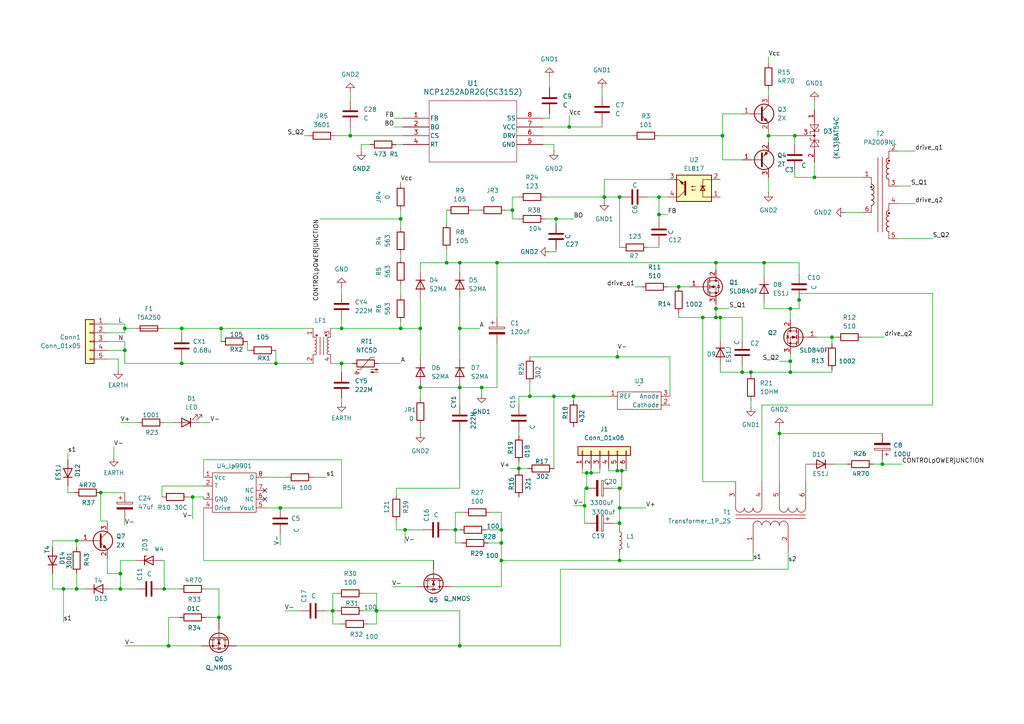
<source format=kicad_sch>
(kicad_sch (version 20250114) (generator "eeschema") (generator_version "9.0")
  (paper "A4")
  (junction (at 145.415 153.67))
  (junction (at 241.3 97.79))
  (junction (at 160.655 114.935))
  (junction (at 179.705 151.765))
  (junction (at 36.195 95.25))
  (junction (at 145.415 157.48))
  (junction (at 231.775 86.995))
  (junction (at 133.35 187.325))
  (junction (at 170.18 137.16))
  (junction (at 196.85 83.185))
  (junction (at 175.26 57.15))
  (junction (at 229.235 107.95))
  (junction (at 166.37 114.935))
  (junction (at 215.265 107.95))
  (junction (at 229.235 89.535))
  (junction (at 179.705 162.56))
  (junction (at 121.92 95.25))
  (junction (at 52.705 95.25))
  (junction (at 64.135 95.25))
  (junction (at 236.22 51.435))
  (junction (at 34.925 166.37))
  (junction (at 63.5 179.07))
  (junction (at 22.225 156.845))
  (junction (at 203.835 92.075))
  (junction (at 229.235 104.775))
  (junction (at 207.645 92.075))
  (junction (at 179.705 57.15))
  (junction (at 101.6 39.37))
  (junction (at 145.415 162.56))
  (junction (at 170.18 141.605))
  (junction (at 116.205 95.25))
  (junction (at 179.705 147.32))
  (junction (at 179.705 141.605))
  (junction (at 99.06 105.41))
  (junction (at 191.135 57.15))
  (junction (at 121.92 112.395))
  (junction (at 207.645 76.2))
  (junction (at 207.645 89.535))
  (junction (at 133.35 76.2))
  (junction (at 222.885 39.37))
  (junction (at 48.895 187.325))
  (junction (at 29.21 142.875))
  (junction (at 52.705 105.41))
  (junction (at 117.475 153.67))
  (junction (at 36.195 101.6))
  (junction (at 179.07 136.525))
  (junction (at 109.22 177.165))
  (junction (at 221.615 76.2))
  (junction (at 18.415 170.815))
  (junction (at 80.01 105.41))
  (junction (at 255.905 134.62))
  (junction (at 217.805 107.95))
  (junction (at 226.06 125.73))
  (junction (at 99.06 95.25))
  (junction (at 22.225 170.815))
  (junction (at 47.625 170.815))
  (junction (at 34.925 170.815))
  (junction (at 169.545 146.685))
  (junction (at 81.28 147.32))
  (junction (at 230.505 39.37))
  (junction (at 55.88 144.145))
  (junction (at 133.35 95.25))
  (junction (at 208.915 92.075))
  (junction (at 133.35 112.395))
  (junction (at 139.7 112.395))
  (junction (at 116.205 63.5))
  (junction (at 180.34 136.525))
  (junction (at 161.29 63.5))
  (junction (at 132.08 153.67))
  (junction (at 148.59 60.96))
  (junction (at 191.135 62.23))
  (junction (at 171.45 137.16))
  (junction (at 179.07 103.505))
  (junction (at 153.67 114.935))
  (junction (at 209.55 39.37))
  (junction (at 96.52 177.165))
  (junction (at 144.145 76.2))
  (junction (at 165.1 36.83))
  (junction (at 150.495 135.89))
  (junction (at 129.54 76.2))
  (no_connect (at 76.835 144.78))
  (no_connect (at 76.835 142.24))
  (wire (pts (xy 31.115 166.37) (xy 34.925 166.37)))
  (wire (pts (xy 191.135 57.15) (xy 193.675 57.15)))
  (wire (pts (xy 165.1 36.83) (xy 174.625 36.83)))
  (wire (pts (xy 179.07 103.505) (xy 153.67 103.505)))
  (wire (pts (xy 109.855 177.165) (xy 133.35 177.165)))
  (wire (pts (xy 221.615 89.535) (xy 221.615 87.63)))
  (wire (pts (xy 132.08 148.59) (xy 132.08 153.67)))
  (wire (pts (xy 36.195 95.25) (xy 36.195 96.52)))
  (wire (pts (xy 116.205 95.25) (xy 121.92 95.25)))
  (wire (pts (xy 196.85 90.805) (xy 196.85 92.075)))
  (wire (pts (xy 209.55 39.37) (xy 209.55 46.355)))
  (wire (pts (xy 81.28 147.32) (xy 76.835 147.32)))
  (wire (pts (xy 187.96 71.755) (xy 191.135 71.755)))
  (wire (pts (xy 208.915 98.425) (xy 208.915 92.075)))
  (wire (pts (xy 162.56 165.1) (xy 162.56 187.325)))
  (wire (pts (xy 260.35 59.055) (xy 265.43 59.055)))
  (wire (pts (xy 59.055 133.35) (xy 99.06 133.35)))
  (wire (pts (xy 145.415 162.56) (xy 145.415 170.18)))
  (wire (pts (xy 175.26 57.15) (xy 175.26 58.42)))
  (wire (pts (xy 31.115 151.13) (xy 29.21 151.13)))
  (wire (pts (xy 148.59 57.15) (xy 148.59 60.96)))
  (wire (pts (xy 104.775 41.91) (xy 104.775 43.815)))
  (wire (pts (xy 230.505 51.435) (xy 236.22 51.435)))
  (wire (pts (xy 24.765 170.815) (xy 22.225 170.815)))
  (wire (pts (xy 36.195 105.41) (xy 36.195 101.6)))
  (wire (pts (xy 15.24 170.815) (xy 18.415 170.815)))
  (wire (pts (xy 179.705 71.755) (xy 180.34 71.755)))
  (wire (pts (xy 121.92 86.36) (xy 121.92 95.25)))
  (wire (pts (xy 160.655 114.935) (xy 160.655 135.89)))
  (wire (pts (xy 101.6 36.83) (xy 101.6 39.37)))
  (wire (pts (xy 139.065 95.25) (xy 133.35 95.25)))
  (wire (pts (xy 116.205 52.705) (xy 116.205 53.34)))
  (wire (pts (xy 129.54 72.39) (xy 129.54 76.2)))
  (wire (pts (xy 96.52 177.165) (xy 96.52 180.975)))
  (wire (pts (xy 114.935 141.605) (xy 133.35 141.605)))
  (wire (pts (xy 217.805 116.205) (xy 217.805 118.11)))
  (wire (pts (xy 215.265 107.95) (xy 215.265 106.045)))
  (wire (pts (xy 220.98 117.475) (xy 220.98 139.7)))
  (wire (pts (xy 71.755 101.6) (xy 72.39 101.6)))
  (wire (pts (xy 59.69 170.815) (xy 63.5 170.815)))
  (wire (pts (xy 150.495 63.5) (xy 148.59 63.5)))
  (wire (pts (xy 179.705 57.15) (xy 180.34 57.15)))
  (wire (pts (xy 241.3 107.95) (xy 241.3 107.315)))
  (wire (pts (xy 94.615 138.43) (xy 90.805 138.43)))
  (wire (pts (xy 133.35 112.395) (xy 139.7 112.395)))
  (wire (pts (xy 215.265 98.425) (xy 215.265 92.075)))
  (wire (pts (xy 99.06 115.57) (xy 99.06 116.84)))
  (wire (pts (xy 71.755 99.06) (xy 71.755 101.6)))
  (wire (pts (xy 170.18 141.605) (xy 169.545 141.605)))
  (wire (pts (xy 228.6 165.1) (xy 162.56 165.1)))
  (wire (pts (xy 150.495 135.89) (xy 150.495 133.985)))
  (wire (pts (xy 148.59 63.5) (xy 148.59 60.96)))
  (wire (pts (xy 114.3 34.29) (xy 116.84 34.29)))
  (wire (pts (xy 144.145 76.2) (xy 133.35 76.2)))
  (wire (pts (xy 147.955 135.89) (xy 150.495 135.89)))
  (wire (pts (xy 245.11 61.595) (xy 250.19 61.595)))
  (wire (pts (xy 196.85 83.185) (xy 200.025 83.185)))
  (wire (pts (xy 159.385 34.29) (xy 157.48 34.29)))
  (wire (pts (xy 221.615 76.2) (xy 221.615 80.01)))
  (wire (pts (xy 150.495 125.095) (xy 150.495 126.365)))
  (wire (pts (xy 175.26 52.07) (xy 175.26 57.15)))
  (wire (pts (xy 207.645 88.265) (xy 207.645 89.535)))
  (wire (pts (xy 121.92 95.25) (xy 121.92 104.14)))
  (wire (pts (xy 230.505 49.53) (xy 230.505 51.435)))
  (wire (pts (xy 159.385 22.225) (xy 159.385 25.4)))
  (wire (pts (xy 130.175 153.67) (xy 132.08 153.67)))
  (wire (pts (xy 150.495 114.935) (xy 150.495 117.475)))
  (wire (pts (xy 39.37 162.56) (xy 34.925 162.56)))
  (wire (pts (xy 99.06 105.41) (xy 102.235 105.41)))
  (wire (pts (xy 31.115 161.925) (xy 31.115 166.37)))
  (wire (pts (xy 82.55 177.165) (xy 86.995 177.165)))
  (wire (pts (xy 55.88 144.145) (xy 59.055 144.145)))
  (wire (pts (xy 34.925 166.37) (xy 34.925 170.815)))
  (wire (pts (xy 96.52 180.975) (xy 99.06 180.975)))
  (wire (pts (xy 179.705 160.655) (xy 179.705 162.56)))
  (wire (pts (xy 114.935 141.605) (xy 114.935 143.51)))
  (wire (pts (xy 22.225 156.845) (xy 22.225 158.75)))
  (wire (pts (xy 153.67 114.935) (xy 160.655 114.935)))
  (wire (pts (xy 19.685 142.875) (xy 21.59 142.875)))
  (wire (pts (xy 18.415 170.815) (xy 22.225 170.815)))
  (wire (pts (xy 63.5 179.07) (xy 63.5 179.705)))
  (wire (pts (xy 150.495 135.89) (xy 153.035 135.89)))
  (wire (pts (xy 180.34 136.525) (xy 180.34 141.605)))
  (wire (pts (xy 117.475 153.67) (xy 122.555 153.67)))
  (wire (pts (xy 180.34 141.605) (xy 179.705 141.605)))
  (wire (pts (xy 211.455 89.535) (xy 207.645 89.535)))
  (wire (pts (xy 101.6 39.37) (xy 116.84 39.37)))
  (wire (pts (xy 150.495 135.89) (xy 150.495 136.525)))
  (wire (pts (xy 57.785 122.555) (xy 60.96 122.555)))
  (wire (pts (xy 36.195 93.98) (xy 36.195 95.25)))
  (wire (pts (xy 250.19 97.79) (xy 256.54 97.79)))
  (wire (pts (xy 208.915 107.95) (xy 215.265 107.95)))
  (wire (pts (xy 99.06 83.185) (xy 99.06 85.09)))
  (wire (pts (xy 191.135 39.37) (xy 209.55 39.37)))
  (wire (pts (xy 236.855 97.79) (xy 241.3 97.79)))
  (wire (pts (xy 179.705 151.765) (xy 179.705 153.035)))
  (wire (pts (xy 59.055 162.56) (xy 125.73 162.56)))
  (wire (pts (xy 169.545 141.605) (xy 169.545 146.685)))
  (wire (pts (xy 161.29 73.025) (xy 161.29 72.39)))
  (wire (pts (xy 222.885 38.1) (xy 222.885 39.37)))
  (wire (pts (xy 191.135 71.12) (xy 191.135 71.755)))
  (wire (pts (xy 55.88 150.495) (xy 55.88 144.145)))
  (wire (pts (xy 175.26 57.15) (xy 179.705 57.15)))
  (wire (pts (xy 95.885 105.41) (xy 99.06 105.41)))
  (wire (pts (xy 47.625 162.56) (xy 47.625 170.815)))
  (wire (pts (xy 52.705 95.25) (xy 52.705 96.52)))
  (wire (pts (xy 99.06 147.32) (xy 81.28 147.32)))
  (wire (pts (xy 34.29 104.14) (xy 31.115 104.14)))
  (wire (pts (xy 174.625 25.4) (xy 174.625 27.94)))
  (wire (pts (xy 193.675 52.07) (xy 175.26 52.07)))
  (wire (pts (xy 218.44 160.02) (xy 218.44 162.56)))
  (wire (pts (xy 48.895 179.07) (xy 52.07 179.07)))
  (wire (pts (xy 59.055 140.97) (xy 46.99 140.97)))
  (wire (pts (xy 157.48 36.83) (xy 165.1 36.83)))
  (wire (pts (xy 191.135 57.15) (xy 191.135 62.23)))
  (wire (pts (xy 222.885 39.37) (xy 230.505 39.37)))
  (wire (pts (xy 116.205 93.345) (xy 116.205 95.25)))
  (wire (pts (xy 176.53 136.525) (xy 179.07 136.525)))
  (wire (pts (xy 59.055 144.145) (xy 59.055 144.78)))
  (wire (pts (xy 173.99 135.89) (xy 173.99 137.16)))
  (wire (pts (xy 229.235 89.535) (xy 229.235 92.71)))
  (wire (pts (xy 99.06 105.41) (xy 99.06 107.95)))
  (wire (pts (xy 132.08 148.59) (xy 134.62 148.59)))
  (wire (pts (xy 109.22 172.085) (xy 109.22 177.165)))
  (wire (pts (xy 106.68 180.975) (xy 109.22 180.975)))
  (wire (pts (xy 80.01 101.6) (xy 80.01 105.41)))
  (wire (pts (xy 19.685 140.97) (xy 19.685 142.875)))
  (wire (pts (xy 166.37 146.685) (xy 169.545 146.685)))
  (wire (pts (xy 207.645 78.105) (xy 207.645 76.2)))
  (wire (pts (xy 207.645 76.2) (xy 221.615 76.2)))
  (wire (pts (xy 236.22 29.21) (xy 236.22 31.75)))
  (wire (pts (xy 217.805 107.95) (xy 229.235 107.95)))
  (wire (pts (xy 129.54 76.2) (xy 133.35 76.2)))
  (wire (pts (xy 33.02 129.54) (xy 33.02 132.715)))
  (wire (pts (xy 179.07 136.525) (xy 180.34 136.525)))
  (wire (pts (xy 168.91 135.89) (xy 168.91 137.16)))
  (wire (pts (xy 241.935 134.62) (xy 245.745 134.62)))
  (wire (pts (xy 231.775 86.995) (xy 231.775 89.535)))
  (wire (pts (xy 270.51 85.09) (xy 231.775 85.09)))
  (wire (pts (xy 59.055 138.43) (xy 59.055 133.35)))
  (wire (pts (xy 173.99 137.16) (xy 171.45 137.16)))
  (wire (pts (xy 133.35 187.325) (xy 162.56 187.325)))
  (wire (pts (xy 139.7 112.395) (xy 139.7 114.3)))
  (wire (pts (xy 171.45 135.89) (xy 171.45 137.16)))
  (wire (pts (xy 113.665 170.18) (xy 120.65 170.18)))
  (wire (pts (xy 226.06 104.775) (xy 229.235 104.775)))
  (wire (pts (xy 36.195 99.06) (xy 36.195 101.6)))
  (wire (pts (xy 19.685 131.445) (xy 19.685 133.35)))
  (wire (pts (xy 144.145 92.075) (xy 144.145 76.2)))
  (wire (pts (xy 36.195 142.875) (xy 29.21 142.875)))
  (wire (pts (xy 64.135 99.06) (xy 64.135 95.25)))
  (wire (pts (xy 169.545 151.765) (xy 170.18 151.765)))
  (wire (pts (xy 64.135 95.25) (xy 90.805 95.25)))
  (wire (pts (xy 145.415 157.48) (xy 145.415 162.56)))
  (wire (pts (xy 133.35 177.165) (xy 133.35 187.325)))
  (wire (pts (xy 207.645 92.075) (xy 208.915 92.075)))
  (wire (pts (xy 217.805 107.95) (xy 217.805 108.585)))
  (wire (pts (xy 81.28 154.94) (xy 81.28 158.115)))
  (wire (pts (xy 117.475 157.48) (xy 117.475 153.67)))
  (wire (pts (xy 196.85 92.075) (xy 203.835 92.075)))
  (wire (pts (xy 48.895 179.07) (xy 48.895 187.325)))
  (wire (pts (xy 215.265 107.95) (xy 217.805 107.95)))
  (wire (pts (xy 121.92 76.2) (xy 129.54 76.2)))
  (wire (pts (xy 161.29 63.5) (xy 166.37 63.5)))
  (wire (pts (xy 116.205 60.96) (xy 116.205 63.5)))
  (wire (pts (xy 222.885 26.035) (xy 222.885 27.94)))
  (wire (pts (xy 194.31 114.935) (xy 194.31 103.505)))
  (wire (pts (xy 236.22 51.435) (xy 250.19 51.435)))
  (wire (pts (xy 179.07 101.6) (xy 179.07 103.505)))
  (wire (pts (xy 222.885 51.435) (xy 222.885 55.88)))
  (wire (pts (xy 158.115 57.15) (xy 175.26 57.15)))
  (wire (pts (xy 34.29 107.315) (xy 34.29 104.14)))
  (wire (pts (xy 109.22 177.165) (xy 105.41 177.165)))
  (wire (pts (xy 36.195 96.52) (xy 31.115 96.52)))
  (wire (pts (xy 148.59 57.15) (xy 150.495 57.15)))
  (wire (pts (xy 132.08 153.67) (xy 133.35 153.67)))
  (wire (pts (xy 95.885 95.25) (xy 99.06 95.25)))
  (wire (pts (xy 133.35 95.25) (xy 133.35 104.14)))
  (wire (pts (xy 166.37 114.935) (xy 166.37 116.205)))
  (wire (pts (xy 203.835 139.7) (xy 213.36 139.7)))
  (wire (pts (xy 32.385 170.815) (xy 34.925 170.815)))
  (wire (pts (xy 101.6 26.67) (xy 101.6 29.21)))
  (wire (pts (xy 165.1 33.655) (xy 165.1 36.83)))
  (wire (pts (xy 15.24 166.37) (xy 15.24 170.815)))
  (wire (pts (xy 52.705 95.25) (xy 64.135 95.25)))
  (wire (pts (xy 99.06 133.35) (xy 99.06 147.32)))
  (wire (pts (xy 177.8 141.605) (xy 179.705 141.605)))
  (wire (pts (xy 174.625 35.56) (xy 174.625 36.83)))
  (wire (pts (xy 208.915 107.95) (xy 208.915 106.045)))
  (wire (pts (xy 241.3 97.79) (xy 241.3 99.695)))
  (wire (pts (xy 94.615 177.165) (xy 96.52 177.165)))
  (wire (pts (xy 68.58 187.325) (xy 133.35 187.325)))
  (wire (pts (xy 221.615 76.2) (xy 231.775 76.2)))
  (wire (pts (xy 221.615 89.535) (xy 229.235 89.535)))
  (wire (pts (xy 209.55 46.355) (xy 215.265 46.355)))
  (wire (pts (xy 166.37 114.935) (xy 176.53 114.935)))
  (wire (pts (xy 47.625 122.555) (xy 50.165 122.555)))
  (wire (pts (xy 231.775 85.09) (xy 231.775 86.995)))
  (wire (pts (xy 241.3 107.95) (xy 229.235 107.95)))
  (wire (pts (xy 132.08 157.48) (xy 133.985 157.48)))
  (wire (pts (xy 153.67 114.935) (xy 150.495 114.935)))
  (wire (pts (xy 230.505 39.37) (xy 231.14 39.37)))
  (wire (pts (xy 191.135 62.23) (xy 191.135 63.5)))
  (wire (pts (xy 159.385 33.02) (xy 159.385 34.29)))
  (wire (pts (xy 226.06 125.73) (xy 255.905 125.73)))
  (wire (pts (xy 46.99 140.97) (xy 46.99 144.145)))
  (wire (pts (xy 133.35 112.395) (xy 133.35 111.76)))
  (wire (pts (xy 133.35 76.2) (xy 133.35 78.74)))
  (wire (pts (xy 121.92 112.395) (xy 121.92 111.76)))
  (wire (pts (xy 255.905 134.62) (xy 261.62 134.62)))
  (wire (pts (xy 18.415 170.815) (xy 18.415 180.34)))
  (wire (pts (xy 142.24 148.59) (xy 145.415 148.59)))
  (wire (pts (xy 47.625 170.815) (xy 52.07 170.815)))
  (wire (pts (xy 76.835 138.43) (xy 83.185 138.43)))
  (wire (pts (xy 36.195 150.495) (xy 36.195 152.4)))
  (wire (pts (xy 145.415 162.56) (xy 179.705 162.56)))
  (wire (pts (xy 228.6 160.02) (xy 228.6 165.1)))
  (wire (pts (xy 109.855 105.41) (xy 116.205 105.41)))
  (wire (pts (xy 229.235 104.775) (xy 229.235 107.95)))
  (wire (pts (xy 177.8 151.765) (xy 179.705 151.765)))
  (wire (pts (xy 22.225 170.815) (xy 22.225 166.37)))
  (wire (pts (xy 23.495 156.845) (xy 22.225 156.845)))
  (wire (pts (xy 270.51 117.475) (xy 270.51 85.09)))
  (wire (pts (xy 179.705 141.605) (xy 179.705 147.32)))
  (wire (pts (xy 63.5 170.815) (xy 63.5 179.07)))
  (wire (pts (xy 48.895 187.325) (xy 58.42 187.325)))
  (wire (pts (xy 116.205 74.93) (xy 116.205 73.66)))
  (wire (pts (xy 39.37 95.25) (xy 36.195 95.25)))
  (wire (pts (xy 96.52 172.085) (xy 97.79 172.085)))
  (wire (pts (xy 144.145 99.695) (xy 144.145 112.395)))
  (wire (pts (xy 179.705 162.56) (xy 218.44 162.56)))
  (wire (pts (xy 31.115 93.98) (xy 36.195 93.98)))
  (wire (pts (xy 46.99 170.815) (xy 47.625 170.815)))
  (wire (pts (xy 148.59 60.96) (xy 146.685 60.96)))
  (wire (pts (xy 29.21 151.13) (xy 29.21 142.875)))
  (wire (pts (xy 255.905 133.35) (xy 255.905 134.62)))
  (wire (pts (xy 15.24 156.845) (xy 22.225 156.845)))
  (wire (pts (xy 114.935 153.67) (xy 117.475 153.67)))
  (wire (pts (xy 130.81 170.18) (xy 145.415 170.18)))
  (wire (pts (xy 109.22 180.975) (xy 109.22 177.165)))
  (wire (pts (xy 207.645 89.535) (xy 207.645 92.075)))
  (wire (pts (xy 92.71 63.5) (xy 116.205 63.5)))
  (wire (pts (xy 158.115 63.5) (xy 161.29 63.5)))
  (wire (pts (xy 97.155 39.37) (xy 101.6 39.37)))
  (wire (pts (xy 187.96 57.15) (xy 191.135 57.15)))
  (wire (pts (xy 96.52 177.165) (xy 97.79 177.165)))
  (wire (pts (xy 145.415 148.59) (xy 145.415 153.67)))
  (wire (pts (xy 226.06 123.825) (xy 226.06 125.73)))
  (wire (pts (xy 34.925 170.815) (xy 39.37 170.815)))
  (wire (pts (xy 260.35 69.215) (xy 270.51 69.215)))
  (wire (pts (xy 222.885 39.37) (xy 222.885 41.275)))
  (wire (pts (xy 186.055 83.185) (xy 184.15 83.185)))
  (wire (pts (xy 121.92 78.74) (xy 121.92 76.2)))
  (wire (pts (xy 99.06 95.25) (xy 116.205 95.25)))
  (wire (pts (xy 144.145 76.2) (xy 207.645 76.2)))
  (wire (pts (xy 180.34 136.525) (xy 181.61 136.525)))
  (wire (pts (xy 160.655 41.91) (xy 160.655 43.815)))
  (wire (pts (xy 255.905 134.62) (xy 253.365 134.62)))
  (wire (pts (xy 121.92 112.395) (xy 121.92 115.57)))
  (wire (pts (xy 34.925 162.56) (xy 34.925 166.37)))
  (wire (pts (xy 121.92 112.395) (xy 133.35 112.395)))
  (wire (pts (xy 59.055 147.32) (xy 59.055 162.56)))
  (wire (pts (xy 179.705 147.32) (xy 179.705 151.765)))
  (wire (pts (xy 222.885 16.51) (xy 222.885 18.415)))
  (wire (pts (xy 59.69 179.07) (xy 63.5 179.07)))
  (wire (pts (xy 88.265 39.37) (xy 89.535 39.37)))
  (wire (pts (xy 153.67 111.125) (xy 153.67 114.935)))
  (wire (pts (xy 80.01 105.41) (xy 90.805 105.41)))
  (wire (pts (xy 99.06 92.71) (xy 99.06 95.25)))
  (wire (pts (xy 170.18 137.16) (xy 171.45 137.16)))
  (wire (pts (xy 233.68 134.62) (xy 233.68 139.7)))
  (wire (pts (xy 52.705 105.41) (xy 80.01 105.41)))
  (wire (pts (xy 31.115 151.13) (xy 31.115 151.765)))
  (wire (pts (xy 129.54 60.96) (xy 129.54 64.77)))
  (wire (pts (xy 236.22 46.99) (xy 236.22 51.435)))
  (wire (pts (xy 161.29 63.5) (xy 161.29 64.77)))
  (wire (pts (xy 140.97 153.67) (xy 145.415 153.67)))
  (wire (pts (xy 234.315 134.62) (xy 233.68 134.62)))
  (wire (pts (xy 114.3 36.83) (xy 116.84 36.83)))
  (wire (pts (xy 52.705 105.41) (xy 36.195 105.41)))
  (wire (pts (xy 141.605 157.48) (xy 145.415 157.48)))
  (wire (pts (xy 231.775 76.2) (xy 231.775 79.375)))
  (wire (pts (xy 168.91 137.16) (xy 170.18 137.16)))
  (wire (pts (xy 179.07 136.525) (xy 179.07 135.89)))
  (wire (pts (xy 170.18 137.16) (xy 170.18 141.605)))
  (wire (pts (xy 193.675 83.185) (xy 196.85 83.185)))
  (wire (pts (xy 34.925 122.555) (xy 40.005 122.555)))
  (wire (pts (xy 114.935 153.67) (xy 114.935 151.13)))
  (wire (pts (xy 116.205 85.725) (xy 116.205 82.55)))
  (wire (pts (xy 203.835 92.075) (xy 203.835 139.7)))
  (wire (pts (xy 179.705 57.15) (xy 179.705 71.755)))
  (wire (pts (xy 229.235 102.87) (xy 229.235 104.775)))
  (wire (pts (xy 209.55 33.02) (xy 209.55 39.37)))
  (wire (pts (xy 220.98 117.475) (xy 270.51 117.475)))
  (wire (pts (xy 133.35 125.095) (xy 133.35 141.605)))
  (wire (pts (xy 46.99 162.56) (xy 47.625 162.56)))
  (wire (pts (xy 264.16 53.975) (xy 260.35 53.975)))
  (wire (pts (xy 133.35 86.36) (xy 133.35 95.25)))
  (wire (pts (xy 116.205 63.5) (xy 116.205 66.04)))
  (wire (pts (xy 36.195 187.325) (xy 48.895 187.325)))
  (wire (pts (xy 181.61 135.89) (xy 181.61 136.525)))
  (wire (pts (xy 114.935 41.91) (xy 116.84 41.91)))
  (wire (pts (xy 230.505 39.37) (xy 230.505 41.91)))
  (wire (pts (xy 176.53 135.89) (xy 176.53 136.525)))
  (wire (pts (xy 31.115 99.06) (xy 36.195 99.06)))
  (wire (pts (xy 36.195 101.6) (xy 31.115 101.6)))
  (wire (pts (xy 208.915 92.075) (xy 215.265 92.075)))
  (wire (pts (xy 193.675 62.23) (xy 191.135 62.23)))
  (wire (pts (xy 121.92 123.19) (xy 121.92 125.73)))
  (wire (pts (xy 157.48 41.91) (xy 160.655 41.91)))
  (wire (pts (xy 215.265 33.02) (xy 209.55 33.02)))
  (wire (pts (xy 54.61 144.145) (xy 55.88 144.145)))
  (wire (pts (xy 169.545 146.685) (xy 169.545 151.765)))
  (wire (pts (xy 137.16 60.96) (xy 139.065 60.96)))
  (wire (pts (xy 52.705 105.41) (xy 52.705 104.14)))
  (wire (pts (xy 157.48 39.37) (xy 183.515 39.37)))
  (wire (pts (xy 226.06 125.73) (xy 226.06 139.7)))
  (wire (pts (xy 133.35 117.475) (xy 133.35 112.395)))
  (wire (pts (xy 145.415 153.67) (xy 145.415 157.48)))
  (wire (pts (xy 132.08 153.67) (xy 132.08 157.48)))
  (wire (pts (xy 107.315 41.91) (xy 104.775 41.91)))
  (wire (pts (xy 203.835 92.075) (xy 207.645 92.075)))
  (wire (pts (xy 241.3 97.79) (xy 242.57 97.79)))
  (wire (pts (xy 96.52 172.085) (xy 96.52 177.165)))
  (wire (pts (xy 160.655 114.935) (xy 166.37 114.935)))
  (wire (pts (xy 260.35 43.815) (xy 265.43 43.815)))
  (wire (pts (xy 15.24 158.75) (xy 15.24 156.845)))
  (wire (pts (xy 159.385 73.025) (xy 161.29 73.025)))
  (wire (pts (xy 105.41 172.085) (xy 109.22 172.085)))
  (wire (pts (xy 187.325 147.32) (xy 179.705 147.32)))
  (wire (pts (xy 229.235 89.535) (xy 231.775 89.535)))
  (wire (pts (xy 139.7 112.395) (xy 144.145 112.395)))
  (wire (pts (xy 194.31 103.505) (xy 179.07 103.505)))
  (wire (pts (xy 46.99 95.25) (xy 52.705 95.25)))
  (label "N" (at 34.29 99.06 0))
  (label "V+" (at 34.925 122.555 0))
  (label "V-" (at 36.195 187.325 0))
  (label "S_Q1" (at 264.16 53.975 0))
  (label "V-" (at 60.96 122.555 0))
  (label "S_Q2" (at 270.51 69.215 0))
  (label "s2" (at 228.6 163.195 0))
  (label "drive_q1" (at 184.15 83.185 180))
  (label "V-" (at 166.37 146.685 0))
  (label "L" (at 34.29 93.98 0))
  (label "V+" (at 187.325 147.32 0))
  (label "S_Q2" (at 88.265 39.37 180))
  (label "V-" (at 82.55 177.165 0))
  (label "s1" (at 18.415 180.34 0))
  (label "s1" (at 218.44 162.56 0))
  (label "BO" (at 166.37 63.5 0))
  (label "V-" (at 81.28 158.115 90))
  (label "V-" (at 179.07 101.6 0))
  (label "V-" (at 113.665 170.18 0))
  (label "CONTROLpOWERjUNCTION" (at 92.71 63.5 270))
  (label "drive_q2" (at 256.54 97.79 0))
  (label "Vcc" (at 165.1 33.655 0))
  (label "drive_q1" (at 265.43 43.815 0))
  (label "S_Q1" (at 211.455 89.535 0))
  (label "Vcc" (at 222.885 16.51 0))
  (label "S_Q2" (at 226.06 104.775 180))
  (label "V-" (at 117.475 157.48 0))
  (label "Vcc" (at 116.205 52.705 0))
  (label "V+" (at 147.955 135.89 180))
  (label "V-" (at 55.88 150.495 180))
  (label "CONTROLpOWERjUNCTION" (at 261.62 134.62 0))
  (label "V-" (at 33.02 129.54 0))
  (label "drive_q2" (at 265.43 59.055 0))
  (label "FB" (at 114.3 34.29 180))
  (label "A" (at 139.065 95.25 0))
  (label "s1" (at 19.685 131.445 0))
  (label "V-" (at 36.195 152.4 0))
  (label "FB" (at 193.675 62.23 0))
  (label "BO" (at 114.3 36.83 180))
  (label "s1" (at 94.615 138.43 0))
  (label "A" (at 116.205 105.41 0))
  (symbol (lib_id "Device:R") (at 86.995 138.43 90) (unit 1)
    (property "Reference" "R54" (at 83.82 141.478 90))
    (property "Value" "100" (at 88.646 141.478 90))
    (property "Description" "Resistor" (effects (hide yes)))
  )
  (symbol (lib_id "Device:C_Polarized") (at 36.195 146.685 0) (unit 1)
    (property "Reference" "C24" (at 40.005 144.5259 0) (effects (justify left)))
    (property "Value" "47uf" (at 40.005 147.0659 0) (effects (justify left)))
    (property "Description" "Polarized capacitor" (effects (hide yes)))
  )
  (symbol (lib_id "Device:R") (at 156.845 135.89 90) (unit 1)
    (property "Reference" "R17" (at 155.194 133.858 90) (effects (justify right)))
    (property "Value" "302" (at 155.448 138.176 90) (effects (justify right)))
    (property "Description" "Resistor" (effects (hide yes)))
  )
  (symbol (lib_id "Diode:US2MA") (at 15.24 162.56 90) (unit 1)
    (property "Reference" "D14" (at 18.034 163.83 0) (effects (justify left)))
    (property "Value" "T4" (at 13.716 160.528 0) (effects (justify left)))
    (property "Footprint" "Diode_SMD:D_SMA" (effects (hide yes)))
    (property "Datasheet" "https://www.alldatasheet.net/datasheet-pdf/view-marking/58920/DIODES/1N4148W.html" (effects (hide yes)))
    (property "Description" "1000V, 1.5A, General Purpose Rectifier Diode, SMA(DO-214AC)" (effects (hide yes)))
    (property "Sim.Device" "D" (effects (hide yes)))
    (property "Sim.Pins" "1=K 2=A" (effects (hide yes)))
  )
  (symbol (lib_id "Device:R") (at 114.935 147.32 0) (unit 1)
    (property "Reference" "R39" (at 117.729 147.066 90))
    (property "Value" "121" (at 112.141 147.066 90))
    (property "Description" "Resistor" (effects (hide yes)))
  )
  (symbol (lib_id "Device:R") (at 187.325 39.37 90) (unit 1)
    (property "Reference" "R3" (at 187.325 33.655 90))
    (property "Value" "101" (at 187.325 36.195 90))
    (property "Description" "Resistor" (effects (hide yes)))
  )
  (symbol (lib_id "Transistor_BJT:MMBT3904") (at 220.345 33.02 0) (unit 1)
    (property "Reference" "Q3" (at 225.425 31.7499 0) (effects (justify left)))
    (property "Value" "2X" (at 225.425 34.2899 0) (effects (justify left)))
    (property "Footprint" "Package_TO_SOT_SMD:SOT-23" (effects (hide yes)))
    (property "Datasheet" "https://www.onsemi.com/pdf/datasheet/pzt3904-d.pdf" (effects (hide yes)))
    (property "Description" "0.2A Ic, 40V Vce, Small Signal NPN Transistor, SOT-23" (effects (hide yes)))
  )
  (symbol (lib_id "power:GND") (at 33.02 132.715 0) (unit 1)
    (property "Reference" "#PWR08" (effects (hide yes)))
    (property "Value" "EARTH" (at 33.02 137.16 0))
    (property "Description" "Power symbol creates a global label with name \"GND\" , ground" (effects (hide yes)))
  )
  (symbol (lib_id "Device:R") (at 55.88 179.07 270) (unit 1)
    (property "Reference" "R34" (at 56.388 182.118 90))
    (property "Value" "01C" (at 56.134 176.53 90))
    (property "Description" "Resistor" (effects (hide yes)))
  )
  (symbol (lib_id "power:GND") (at 99.06 83.185 180) (unit 1)
    (property "Reference" "#PWR03" (effects (hide yes)))
    (property "Value" "GND" (at 99.06 78.105 0))
    (property "Description" "Power symbol creates a global label with name \"GND\" , ground" (effects (hide yes)))
  )
  (symbol (lib_id "Connector_Generic:Conn_01x06") (at 173.99 130.81 90) (unit 1)
    (property "Reference" "J1" (at 175.26 124.46 90))
    (property "Value" "Conn_01x06" (at 175.26 127 90))
    (property "Footprint" "TerminalBlock:TerminalBlock_MaiXu_MX126-5.0-06P_1x06_P5.00mm" (effects (hide yes)))
    (property "Description" "Generic connector, single row, 01x06, script generated (kicad-library-utils/schlib/autogen/connector/)" (effects (hide yes)))
  )
  (symbol (lib_id "Connector_Generic:Conn_01x05") (at 26.035 99.06 0) (mirror y) (unit 1)
    (property "Reference" "Conn1" (at 23.495 97.7899 0) (effects (justify left)))
    (property "Value" "Conn_01x05" (at 23.495 100.3299 0) (effects (justify left)))
    (property "Description" "Generic connector, single row, 01x05, script generated (kicad-library-utils/schlib/autogen/connector/)" (effects (hide yes)))
  )
  (symbol (lib_id "Device:C") (at 90.805 177.165 90) (unit 1)
    (property "Reference" "C17" (at 88.138 174.879 0) (effects (justify left)))
    (property "Value" "C" (at 91.694 172.847 90) (effects (justify left)))
    (property "Datasheet" "https://www.mouser.com/catalog/supplier/library/pdf/MurataHighVoltageCeramic.pdf" (effects (hide yes)))
    (property "Description" "Unpolarized capacitor" (effects (hide yes)))
  )
  (symbol (lib_id "Diode:US2MA") (at 19.685 137.16 90) (unit 1)
    (property "Reference" "D12" (at 22.479 138.43 0) (effects (justify left)))
    (property "Value" "ES1J" (at 16.891 139.446 0) (effects (justify left)))
    (property "Footprint" "Diode_SMD:D_SMA" (effects (hide yes)))
    (property "Datasheet" "https://www.digchip.com/datasheets/parts/datasheet/161/ES1J-pdf.php" (effects (hide yes)))
    (property "Description" "1000V, 1.5A, General Purpose Rectifier Diode, SMA(DO-214AC)" (effects (hide yes)))
    (property "Sim.Device" "D" (effects (hide yes)))
    (property "Sim.Pins" "1=K 2=A" (effects (hide yes)))
  )
  (symbol (lib_id "Transformer:PA2009NL") (at 255.27 56.515 0) (unit 1)
    (property "Reference" "T2" (at 255.27 38.735 0))
    (property "Value" "PA2009NL" (at 255.27 41.275 0))
    (property "Footprint" "Transformer_SMD:Pulse_PA2004NL" (effects (hide yes)))
    (property "Datasheet" "https://productfinder.pulseeng.com/products/datasheets/P663.pdf" (effects (hide yes)))
    (property "Description" "SMT Gate Drive Transformer, 2.5:1:1" (effects (hide yes)))
  )
  (symbol (lib_id "power:GND2") (at 160.655 43.815 0) (unit 1)
    (property "Reference" "#PWR012" (effects (hide yes)))
    (property "Value" "GND2" (at 160.655 48.895 0))
    (property "Description" "Power symbol creates a global label with name \"GND2\" , ground" (effects (hide yes)))
  )
  (symbol (lib_id "Device:C") (at 215.265 102.235 0) (unit 1)
    (property "Reference" "C2" (at 217.551 99.568 0) (effects (justify left)))
    (property "Value" "C" (at 213.741 100.076 90) (effects (justify left)))
    (property "Datasheet" "https://www.mouser.com/catalog/supplier/library/pdf/MurataHighVoltageCeramic.pdf" (effects (hide yes)))
    (property "Description" "Unpolarized capacitor" (effects (hide yes)))
  )
  (symbol (lib_id "Diode:US2MA") (at 133.35 107.95 270) (unit 1)
    (property "Reference" "D7" (at 136.525 106.6799 90) (effects (justify left)))
    (property "Value" "S2MA" (at 136.525 109.2199 90) (effects (justify left)))
    (property "Footprint" "Diode_SMD:D_SMA" (effects (hide yes)))
    (property "Datasheet" "https://www.onsemi.com/pub/Collateral/US2AA-D.PDF" (effects (hide yes)))
    (property "Description" "1000V, 1.5A, General Purpose Rectifier Diode, SMA(DO-214AC)" (effects (hide yes)))
    (property "Sim.Device" "D" (effects (hide yes)))
    (property "Sim.Pins" "1=K 2=A" (effects (hide yes)))
  )
  (symbol (lib_id "Transistor_FET:Q_NMOS_GDS") (at 231.775 97.79 0) (mirror y) (unit 1)
    (property "Reference" "Q2" (at 225.425 96.5199 0) (effects (justify left)))
    (property "Value" "SLD840F" (at 240.284 101.6 0) (effects (justify left)))
    (property "Datasheet" "https://www.alldatasheet.com/datasheet-pdf/view/1135474/MAPLESMI/SLD840F.html" (effects (hide yes)))
    (property "Description" "N-MOSFET transistor, gate/drain/source" (effects (hide yes)))
  )
  (symbol (lib_id "Device:R") (at 67.945 99.06 90) (unit 1)
    (property "Reference" "RX2" (at 68.58 101.346 90))
    (property "Value" "105" (at 68.58 97.028 90))
    (property "Description" "Resistor" (effects (hide yes)))
  )
  (symbol (lib_id "Device:R") (at 102.87 180.975 270) (unit 1)
    (property "Reference" "R32" (at 103.378 184.023 90))
    (property "Value" "100" (at 107.823 184.658 90))
    (property "Description" "Resistor" (effects (hide yes)))
  )
  (symbol (lib_id "Transistor_FET:Q_NMOS_GDS") (at 205.105 83.185 0) (unit 1)
    (property "Reference" "Q1" (at 211.455 81.9149 0) (effects (justify left)))
    (property "Value" "SLD840F" (at 211.455 84.4549 0) (effects (justify left)))
    (property "Datasheet" "https://www.alldatasheet.com/datasheet-pdf/view/1135474/MAPLESMI/SLD840F.html" (effects (hide yes)))
    (property "Description" "N-MOSFET transistor, gate/drain/source" (effects (hide yes)))
  )
  (symbol (lib_id "Device:R") (at 43.815 122.555 270) (unit 1)
    (property "Reference" "R23" (at 44.069 125.476 90))
    (property "Value" "1001" (at 43.815 120.396 90))
    (property "Description" "Resistor" (effects (hide yes)))
  )
  (symbol (lib_id "Device:Q_NMOS") (at 63.5 184.785 270) (unit 1)
    (property "Reference" "Q6" (at 63.5 191.135 90))
    (property "Value" "Q_NMOS" (at 63.5 193.675 90))
    (property "Footprint" "Package_SO:SOIC-8_3.9x4.9mm_P1.27mm" (effects (hide yes)))
    (property "Datasheet" "https://www.alldatasheet.com/html-pdf/79316/INFINEON/BSC022N03S/324/1/BSC022N03S.html" (effects (hide yes)))
    (property "Description" "N-MOSFET transistor" (effects (hide yes)))
  )
  (symbol (lib_id "Isolator:EL817") (at 201.295 54.61 180) (unit 1)
    (property "Reference" "U2" (at 201.295 46.355 0))
    (property "Value" "EL817" (at 201.295 48.895 0))
    (property "Footprint" "Package_DIP:DIP-4_W7.62mm" (effects (hide yes)))
    (property "Datasheet" "http://www.everlight.com/file/ProductFile/EL817.pdf" (effects (hide yes)))
    (property "Description" "DC Optocoupler, Vce 35V, DIP-4" (effects (hide yes)))
  )
  (symbol (lib_id "Device:R") (at 142.875 60.96 270) (unit 1)
    (property "Reference" "JR3" (at 142.875 55.245 90))
    (property "Value" "0" (at 142.875 57.785 90))
    (property "Description" "Resistor" (effects (hide yes)))
  )
  (symbol (lib_id "Diode:US2MA") (at 28.575 170.815 0) (unit 1)
    (property "Reference" "D13" (at 27.305 173.609 0) (effects (justify left)))
    (property "Value" "T4" (at 27.305 168.402 0) (effects (justify left)))
    (property "Footprint" "Diode_SMD:D_SMA" (effects (hide yes)))
    (property "Datasheet" "https://www.alldatasheet.net/datasheet-pdf/view-marking/58920/DIODES/1N4148W.html" (effects (hide yes)))
    (property "Description" "1000V, 1.5A, General Purpose Rectifier Diode, SMA(DO-214AC)" (effects (hide yes)))
    (property "Sim.Device" "D" (effects (hide yes)))
    (property "Sim.Pins" "1=K 2=A" (effects (hide yes)))
  )
  (symbol (lib_id "Device:L") (at 179.705 156.845 0) (unit 1)
    (property "Reference" "L1" (at 181.61 155.5749 0) (effects (justify left)))
    (property "Value" "L" (at 181.61 158.1149 0) (effects (justify left)))
    (property "Description" "Inductor" (effects (hide yes)))
  )
  (symbol (lib_id "Device:Thermistor_NTC") (at 106.045 105.41 90) (unit 1)
    (property "Reference" "RT1" (at 106.3625 99.06 90))
    (property "Value" "NTC5D" (at 106.3625 101.6 90))
    (property "Datasheet" "https://jlcpcb.com/api/file/downloadByFileSystemAccessId/8603098474842251264" (effects (hide yes)))
    (property "Description" "Temperature dependent resistor, negative temperature coefficient" (effects (hide yes)))
  )
  (symbol (lib_name "C_1") (lib_id "Device:C") (at 191.135 67.31 0) (unit 1)
    (property "Reference" "C12" (at 193.802 69.596 0) (effects (justify left)))
    (property "Value" "C" (at 194.564 68.072 90) (effects (justify left)))
    (property "Datasheet" "https://www.mouser.com/catalog/supplier/library/pdf/MurataHighVoltageCeramic.pdf" (effects (hide yes)))
    (property "Description" "Unpolarized capacitor" (effects (hide yes)))
  )
  (symbol (lib_id "Device:R") (at 189.865 83.185 90) (unit 1)
    (property "Reference" "R11" (at 189.865 77.47 90))
    (property "Value" "510" (at 189.865 80.01 90))
    (property "Description" "Resistor" (effects (hide yes)))
  )
  (symbol (lib_id "Device:R") (at 121.92 119.38 0) (unit 1)
    (property "Reference" "JR1" (at 117.094 118.872 0) (effects (justify left)))
    (property "Value" "0" (at 118.618 121.412 0) (effects (justify left)))
    (property "Description" "Resistor" (effects (hide yes)))
  )
  (symbol (lib_id "Device:R") (at 101.6 172.085 270) (unit 1)
    (property "Reference" "R30" (at 101.6 166.37 90))
    (property "Value" "100" (at 101.6 168.91 90))
    (property "Description" "Resistor" (effects (hide yes)))
  )
  (symbol (lib_id "Diode:US2MA") (at 133.35 82.55 270) (unit 1)
    (property "Reference" "D5" (at 135.89 81.2799 90) (effects (justify left)))
    (property "Value" "S2MA" (at 135.89 83.8199 90) (effects (justify left)))
    (property "Footprint" "Diode_SMD:D_SMA" (effects (hide yes)))
    (property "Datasheet" "https://www.onsemi.com/pub/Collateral/US2AA-D.PDF" (effects (hide yes)))
    (property "Description" "1000V, 1.5A, General Purpose Rectifier Diode, SMA(DO-214AC)" (effects (hide yes)))
    (property "Sim.Device" "D" (effects (hide yes)))
    (property "Sim.Pins" "1=K 2=A" (effects (hide yes)))
  )
  (symbol (lib_id "Device:C") (at 150.495 121.285 0) (unit 1)
    (property "Reference" "C15" (at 148.717 118.491 90) (effects (justify left)))
    (property "Value" "C" (at 154.432 124.587 90) (effects (justify left)))
    (property "Datasheet" "https://www.mouser.com/catalog/supplier/library/pdf/MurataHighVoltageCeramic.pdf" (effects (hide yes)))
    (property "Description" "Unpolarized capacitor" (effects (hide yes)))
  )
  (symbol (lib_id "Device:D_Zener") (at 43.18 162.56 0) (unit 1)
    (property "Reference" "ZD3" (at 42.037 160.02 90) (effects (justify left)))
    (property "Value" "W4" (at 44.704 159.258 0) (effects (justify left)))
    (property "Footprint" "Diode_SMD:D_SOD-523" (effects (hide yes)))
    (property "Datasheet" "https://www.diodes.com/datasheet/download/BZT52Cxx.pdf" (effects (hide yes)))
    (property "Description" "Zener diode" (effects (hide yes)))
  )
  (symbol (lib_id "Device:R") (at 93.345 39.37 90) (unit 1)
    (property "Reference" "JR5" (at 93.345 33.655 90))
    (property "Value" "3601" (at 93.345 36.195 90))
    (property "Description" "Resistor" (effects (hide yes)))
  )
  (symbol (lib_id "power:GND1") (at 217.805 118.11 0) (unit 1)
    (property "Reference" "#PWR05" (effects (hide yes)))
    (property "Value" "GND1" (at 217.805 123.19 0))
    (property "Description" "Power symbol creates a global label with name \"GND1\" , ground" (effects (hide yes)))
  )
  (symbol (lib_id "Transistor_BJT:MMBTA94") (at 220.345 46.355 0) (mirror x) (unit 1)
    (property "Reference" "Q4" (at 225.425 45.0849 0) (effects (justify left)))
    (property "Value" "2T" (at 225.425 47.6249 0) (effects (justify left)))
    (property "Footprint" "Package_TO_SOT_SMD:SOT-23" (effects (hide yes)))
    (property "Datasheet" "https://diotec.com/request/datasheet/mmbta92.pdf" (effects (hide yes)))
    (property "Description" "0.3A Ic, 400V Vce, PNP High Voltage Transistor, SOT-23" (effects (hide yes)))
  )
  (symbol (lib_id "Transistor_BJT:MMBT3904") (at 28.575 156.845 0) (unit 1)
    (property "Reference" "Q7" (at 33.655 155.5749 0) (effects (justify left)))
    (property "Value" "2X" (at 33.655 158.1149 0) (effects (justify left)))
    (property "Footprint" "Package_TO_SOT_SMD:SOT-23" (effects (hide yes)))
    (property "Datasheet" "https://www.onsemi.com/pdf/datasheet/pzt3904-d.pdf" (effects (hide yes)))
    (property "Description" "0.2A Ic, 40V Vce, Small Signal NPN Transistor, SOT-23" (effects (hide yes)))
  )
  (symbol (lib_id "power:GND") (at 34.29 107.315 0) (unit 1)
    (property "Reference" "#PWR01" (effects (hide yes)))
    (property "Value" "EARTH" (at 34.29 111.76 0))
    (property "Description" "Power symbol creates a global label with name \"GND\" , ground" (effects (hide yes)))
  )
  (symbol (lib_id "Device:C") (at 99.06 88.9 0) (unit 1)
    (property "Reference" "CY4" (at 102.87 87.6299 0) (effects (justify left)))
    (property "Value" "222M" (at 102.87 90.1699 0) (effects (justify left)))
    (property "Description" "Unpolarized capacitor" (effects (hide yes)))
  )
  (symbol (lib_id "Device:R") (at 101.6 177.165 270) (unit 1)
    (property "Reference" "R31" (at 102.108 175.006 90))
    (property "Value" "100" (at 107.442 176.149 90))
    (property "Description" "Resistor" (effects (hide yes)))
  )
  (symbol (lib_id "power:GND1") (at 139.7 114.3 0) (unit 1)
    (property "Reference" "#PWR04" (effects (hide yes)))
    (property "Value" "GND1" (at 139.7 119.38 0))
    (property "Description" "Power symbol creates a global label with name \"GND1\" , ground" (effects (hide yes)))
  )
  (symbol (lib_id "Device:R") (at 133.35 60.96 270) (unit 1)
    (property "Reference" "R9" (at 133.35 55.245 90))
    (property "Value" "105" (at 133.35 57.785 90))
    (property "Description" "Resistor" (effects (hide yes)))
  )
  (symbol (lib_id "power:GND1") (at 236.22 29.21 180) (unit 1)
    (property "Reference" "#PWR06" (effects (hide yes)))
    (property "Value" "GND1" (at 236.22 24.13 0))
    (property "Description" "Power symbol creates a global label with name \"GND1\" , ground" (effects (hide yes)))
  )
  (symbol (lib_id "Device:C") (at 99.06 111.76 0) (unit 1)
    (property "Reference" "CY5" (at 102.87 110.4899 0) (effects (justify left)))
    (property "Value" "222M" (at 102.87 113.0299 0) (effects (justify left)))
    (property "Datasheet" "https://www.mouser.com/catalog/supplier/library/pdf/MurataHighVoltageCeramic.pdf" (effects (hide yes)))
    (property "Description" "Unpolarized capacitor" (effects (hide yes)))
  )
  (symbol (lib_id "Device:C") (at 159.385 29.21 0) (unit 1)
    (property "Reference" "C9" (at 163.195 27.9399 0) (effects (justify left)))
    (property "Value" "C" (at 163.195 30.4799 0) (effects (justify left)))
    (property "Description" "Unpolarized capacitor" (effects (hide yes)))
  )
  (symbol (lib_id "Device:R") (at 137.16 153.67 270) (unit 1)
    (property "Reference" "R28" (at 141.986 155.702 90))
    (property "Value" "100" (at 143.002 152.654 90))
    (property "Description" "Resistor" (effects (hide yes)))
  )
  (symbol (lib_id "Device:R") (at 129.54 68.58 0) (unit 1)
    (property "Reference" "R8" (at 132.08 67.3099 0) (effects (justify left)))
    (property "Value" "105" (at 132.08 69.8499 0) (effects (justify left)))
    (property "Description" "Resistor" (effects (hide yes)))
  )
  (symbol (lib_id "Device:R") (at 50.8 144.145 90) (unit 1)
    (property "Reference" "R10" (at 47.625 147.193 90))
    (property "Value" "30C" (at 52.451 147.193 90))
    (property "Description" "Resistor" (effects (hide yes)))
  )
  (symbol (lib_id "Device:R") (at 196.85 86.995 180) (unit 1)
    (property "Reference" "R14" (at 190.754 88.138 0) (effects (justify right)))
    (property "Value" "1002" (at 198.755 88.2649 0) (effects (justify right)))
    (property "Description" "Resistor" (effects (hide yes)))
  )
  (symbol (lib_id "Device:R") (at 116.205 69.85 180) (unit 1)
    (property "Reference" "R4" (at 109.855 69.85 90))
    (property "Value" "563" (at 112.395 69.85 90))
    (property "Description" "Resistor" (effects (hide yes)))
  )
  (symbol (lib_id "Diode:US2MA") (at 121.92 82.55 270) (unit 1)
    (property "Reference" "D4" (at 124.46 81.2799 90) (effects (justify left)))
    (property "Value" "S2MA" (at 124.46 83.8199 90) (effects (justify left)))
    (property "Footprint" "Diode_SMD:D_SMA" (effects (hide yes)))
    (property "Datasheet" "https://www.onsemi.com/pub/Collateral/US2AA-D.PDF" (effects (hide yes)))
    (property "Description" "1000V, 1.5A, General Purpose Rectifier Diode, SMA(DO-214AC)" (effects (hide yes)))
    (property "Sim.Device" "D" (effects (hide yes)))
    (property "Sim.Pins" "1=K 2=A" (effects (hide yes)))
  )
  (symbol (lib_id "power:GND2") (at 226.06 123.825 180) (unit 1)
    (property "Reference" "#PWR016" (effects (hide yes)))
    (property "Value" "GND2" (at 226.06 118.745 0))
    (property "Description" "Power symbol creates a global label with name \"GND2\" , ground" (effects (hide yes)))
  )
  (symbol (lib_id "Device:C_Polarized") (at 173.99 141.605 270) (unit 1)
    (property "Reference" "C20" (at 177.038 139.7 90))
    (property "Value" "3300uf" (at 174.498 145.796 90))
    (property "Description" "Polarized capacitor" (effects (hide yes)))
  )
  (symbol (lib_id "Diode:US2MA") (at 121.92 107.95 270) (unit 1)
    (property "Reference" "D6" (at 125.095 106.6799 90) (effects (justify left)))
    (property "Value" "S2MA" (at 125.095 109.2199 90) (effects (justify left)))
    (property "Footprint" "Diode_SMD:D_SMA" (effects (hide yes)))
    (property "Datasheet" "https://www.onsemi.com/pub/Collateral/US2AA-D.PDF" (effects (hide yes)))
    (property "Description" "1000V, 1.5A, General Purpose Rectifier Diode, SMA(DO-214AC)" (effects (hide yes)))
    (property "Sim.Device" "D" (effects (hide yes)))
    (property "Sim.Pins" "1=K 2=A" (effects (hide yes)))
  )
  (symbol (lib_id "Filter:Choke_Schaffner_RN102-0.3-02-12M") (at 93.345 100.33 90) (mirror x) (unit 1)
    (property "Reference" "LF1" (at 94.742 92.964 90) (effects (justify left)))
    (property "Value" "Choke_Schaffner_RN102-0.3-02-12M" (effects (hide yes)))
    (property "Footprint" "Inductor_THT:Choke_Schaffner_RN102-04-14.0x14.0mm" (effects (hide yes)))
    (property "Datasheet" "https://www.schaffner.com/products/download/product/datasheet/rn-series-common-mode-chokes-new/" (effects (hide yes)))
    (property "Description" "Common mode choke, 300mA, 300VAC, 12mH, 1.1 ohm, RN-102" (effects (hide yes)))
  )
  (symbol (lib_id "Device:R") (at 153.67 107.315 180) (unit 1)
    (property "Reference" "R25" (at 151.257 108.966 90) (effects (justify right)))
    (property "Value" "302" (at 156.083 109.982 90) (effects (justify right)))
    (property "Description" "Resistor" (effects (hide yes)))
  )
  (symbol (lib_id "Device:R") (at 217.805 112.395 0) (unit 1)
    (property "Reference" "R21" (at 220.345 111.1249 0) (effects (justify left)))
    (property "Value" "1OHM" (at 220.345 113.6649 0) (effects (justify left)))
    (property "Description" "Resistor" (effects (hide yes)))
  )
  (symbol (lib_id "power:GND1") (at 175.26 58.42 0) (unit 1)
    (property "Reference" "#PWR07" (effects (hide yes)))
    (property "Value" "GND1" (at 175.26 63.5 0))
    (property "Description" "Power symbol creates a global label with name \"GND1\" , ground" (effects (hide yes)))
  )
  (symbol (lib_id "Diode:US2MA") (at 221.615 83.82 270) (unit 1)
    (property "Reference" "D8" (at 224.155 82.5499 90) (effects (justify left)))
    (property "Value" "ES1J" (at 224.155 85.0899 90) (effects (justify left)))
    (property "Footprint" "Diode_SMD:D_SMA" (effects (hide yes)))
    (property "Datasheet" "https://www.digchip.com/datasheets/parts/datasheet/161/ES1J-pdf.php" (effects (hide yes)))
    (property "Description" "1000V, 1.5A, General Purpose Rectifier Diode, SMA(DO-214AC)" (effects (hide yes)))
    (property "Sim.Device" "D" (effects (hide yes)))
    (property "Sim.Pins" "1=K 2=A" (effects (hide yes)))
  )
  (symbol (lib_id "Device:R") (at 241.3 103.505 180) (unit 1)
    (property "Reference" "R13" (at 235.204 104.648 0) (effects (justify right)))
    (property "Value" "1002" (at 243.205 104.7749 0) (effects (justify right)))
    (property "Description" "Resistor" (effects (hide yes)))
  )
  (symbol (lib_id "Device:C") (at 126.365 153.67 90) (unit 1)
    (property "Reference" "C16" (at 123.698 151.384 0) (effects (justify left)))
    (property "Value" "C" (at 127.254 149.352 90) (effects (justify left)))
    (property "Datasheet" "https://www.mouser.com/catalog/supplier/library/pdf/MurataHighVoltageCeramic.pdf" (effects (hide yes)))
    (property "Description" "Unpolarized capacitor" (effects (hide yes)))
  )
  (symbol (lib_id "Device:R") (at 150.495 130.175 180) (unit 1)
    (property "Reference" "R19" (at 148.082 131.826 90) (effects (justify right)))
    (property "Value" "01B" (at 152.908 132.842 90) (effects (justify right)))
    (property "Description" "Resistor" (effects (hide yes)))
  )
  (symbol (lib_id "Device:R") (at 166.37 120.015 180) (unit 1)
    (property "Reference" "R18" (at 163.957 121.666 90) (effects (justify right)))
    (property "Value" "432" (at 168.783 122.682 90) (effects (justify right)))
    (property "Description" "Resistor" (effects (hide yes)))
  )
  (symbol (lib_id "Device:R") (at 76.2 101.6 90) (unit 1)
    (property "Reference" "RX1" (at 76.581 103.886 90))
    (property "Value" "105" (at 76.2 97.79 90))
    (property "Description" "Resistor" (effects (hide yes)))
  )
  (symbol (lib_id "NCP1252:NCP1252ADR2G") (at 116.84 34.29 0) (unit 1)
    (property "Reference" "U1" (at 137.16 24.13 0) (effects (font (size 1.524 1.524))))
    (property "Value" "NCP1252ADR2G(SC3152)" (at 137.16 26.67 0) (effects (font (size 1.524 1.524))))
    (property "Footprint" "NCP1252_footprints:SOIC8_ONS" (effects (hide yes)))
    (property "Datasheet" "https://www.onsemi.com/pdf/datasheet/ncp1252-d.pdf" (effects (hide yes)))
  )
  (symbol (lib_id "IC:EA1_az431") (at 185.42 116.205 0) (unit 1)
    (property "Reference" "U3" (at 185.42 110.49 0))
    (property "Value" "~" (at 185.42 111.76 0))
    (property "Footprint" "ic:EA1_az431" (effects (hide yes)))
    (property "Datasheet" "https://www.alldatasheet.com/datasheet-pdf/view/137251/BCDSEMI/AZ431AN-ATRE1.html" (effects (hide yes)))
  )
  (symbol (lib_id "Device:R") (at 116.205 89.535 180) (unit 1)
    (property "Reference" "R6" (at 109.855 89.535 90))
    (property "Value" "563" (at 112.395 89.535 90))
    (property "Description" "Resistor" (effects (hide yes)))
  )
  (symbol (lib_id "Device:R") (at 246.38 97.79 90) (unit 1)
    (property "Reference" "R12" (at 246.38 92.075 90))
    (property "Value" "510" (at 246.38 94.615 90))
    (property "Description" "Resistor" (effects (hide yes)))
  )
  (symbol (lib_id "Device:R") (at 184.15 71.755 270) (unit 1)
    (property "Reference" "R7" (at 183.896 74.295 90))
    (property "Value" "123" (at 184.15 68.58 90))
    (property "Description" "Resistor" (effects (hide yes)))
  )
  (symbol (lib_id "power:GND") (at 99.06 116.84 0) (unit 1)
    (property "Reference" "#PWR02" (effects (hide yes)))
    (property "Value" "EARTH" (at 99.06 121.285 0))
    (property "Description" "Power symbol creates a global label with name \"GND\" , ground" (effects (hide yes)))
  )
  (symbol (lib_id "power:GND2") (at 245.11 61.595 270) (unit 1)
    (property "Reference" "#PWR014" (effects (hide yes)))
    (property "Value" "GND2" (at 241.3 61.5949 90) (effects (justify right)))
    (property "Description" "Power symbol creates a global label with name \"GND2\" , ground" (effects (hide yes)))
  )
  (symbol (lib_id "power:GND1") (at 174.625 25.4 180) (unit 1)
    (property "Reference" "#PWR09" (effects (hide yes)))
    (property "Value" "GND1" (at 174.625 20.32 0))
    (property "Description" "Power symbol creates a global label with name \"GND1\" , ground" (effects (hide yes)))
  )
  (symbol (lib_id "Device:R") (at 137.795 157.48 270) (unit 1)
    (property "Reference" "R29" (at 138.303 160.528 90))
    (property "Value" "100" (at 142.748 161.163 90))
    (property "Description" "Resistor" (effects (hide yes)))
  )
  (symbol (lib_id "Device:C_Polarized") (at 173.99 151.765 270) (unit 1)
    (property "Reference" "C19" (at 173.482 155.448 90))
    (property "Value" "3300uf" (at 175.006 148.59 90))
    (property "Description" "Polarized capacitor" (effects (hide yes)))
  )
  (symbol (lib_id "power:GND2") (at 104.775 43.815 0) (unit 1)
    (property "Reference" "#PWR015" (effects (hide yes)))
    (property "Value" "GND2" (at 104.775 48.895 0))
    (property "Description" "Power symbol creates a global label with name \"GND2\" , ground" (effects (hide yes)))
  )
  (symbol (lib_id "Diode:US2MA") (at 208.915 102.235 270) (unit 1)
    (property "Reference" "D9" (at 204.978 102.743 90) (effects (justify left)))
    (property "Value" "ES1J" (at 211.328 100.457 0) (effects (justify left)))
    (property "Footprint" "Diode_SMD:D_SMA" (effects (hide yes)))
    (property "Datasheet" "https://www.digchip.com/datasheets/parts/datasheet/161/ES1J-pdf.php" (effects (hide yes)))
    (property "Description" "1000V, 1.5A, General Purpose Rectifier Diode, SMA(DO-214AC)" (effects (hide yes)))
    (property "Sim.Device" "D" (effects (hide yes)))
    (property "Sim.Pins" "1=K 2=A" (effects (hide yes)))
  )
  (symbol (lib_id "Device:R") (at 138.43 148.59 270) (unit 1)
    (property "Reference" "R27" (at 138.43 142.875 90))
    (property "Value" "100" (at 138.43 145.415 90))
    (property "Description" "Resistor" (effects (hide yes)))
  )
  (symbol (lib_id "Device:C_Polarized") (at 144.145 95.885 0) (unit 1)
    (property "Reference" "C1" (at 147.955 93.7259 0) (effects (justify left)))
    (property "Value" "120uf" (at 147.955 96.2659 0) (effects (justify left)))
    (property "Description" "Polarized capacitor" (effects (hide yes)))
  )
  (symbol (lib_id "Device:LED") (at 53.975 122.555 180) (unit 1)
    (property "Reference" "D1" (at 55.5625 115.57 0))
    (property "Value" "LED" (at 55.5625 118.11 0))
    (property "Description" "Light emitting diode" (effects (hide yes)))
    (property "Sim.Pins" "1=K 2=A" (effects (hide yes)))
  )
  (symbol (lib_id "Device:C") (at 133.35 121.285 0) (unit 1)
    (property "Reference" "CY1" (at 131.572 118.491 90) (effects (justify left)))
    (property "Value" "222M" (at 137.287 124.587 90) (effects (justify left)))
    (property "Datasheet" "https://www.mouser.com/catalog/supplier/library/pdf/MurataHighVoltageCeramic.pdf" (effects (hide yes)))
    (property "Description" "Unpolarized capacitor" (effects (hide yes)))
  )
  (symbol (lib_id "Device:C") (at 230.505 45.72 180) (unit 1)
    (property "Reference" "C3" (at 227.584 49.276 0) (effects (justify right)))
    (property "Value" "C" (at 232.41 48.006 0) (effects (justify right)))
    (property "Description" "Unpolarized capacitor" (effects (hide yes)))
  )
  (symbol (lib_id "Device:C") (at 231.775 83.185 0) (unit 1)
    (property "Reference" "C10" (at 234.061 80.518 0) (effects (justify left)))
    (property "Value" "C" (at 236.093 84.074 90) (effects (justify left)))
    (property "Datasheet" "https://www.mouser.com/catalog/supplier/library/pdf/MurataHighVoltageCeramic.pdf" (effects (hide yes)))
    (property "Description" "Unpolarized capacitor" (effects (hide yes)))
  )
  (symbol (lib_id "Diode:US2MA") (at 238.125 134.62 180) (unit 1)
    (property "Reference" "D10" (at 239.395 131.826 0) (effects (justify left)))
    (property "Value" "ES1J" (at 240.411 137.414 0) (effects (justify left)))
    (property "Footprint" "Diode_SMD:D_SMA" (effects (hide yes)))
    (property "Datasheet" "https://www.digchip.com/datasheets/parts/datasheet/161/ES1J-pdf.php" (effects (hide yes)))
    (property "Description" "1000V, 1.5A, General Purpose Rectifier Diode, SMA(DO-214AC)" (effects (hide yes)))
    (property "Sim.Device" "D" (effects (hide yes)))
    (property "Sim.Pins" "1=K 2=A" (effects (hide yes)))
  )
  (symbol (lib_id "Device:R") (at 22.225 162.56 0) (unit 1)
    (property "Reference" "R43" (at 25.146 162.306 90))
    (property "Value" "3001" (at 20.066 162.56 90))
    (property "Description" "Resistor" (effects (hide yes)))
  )
  (symbol (lib_id "Device:C") (at 43.18 170.815 90) (unit 1)
    (property "Reference" "C11" (at 40.513 168.529 0) (effects (justify left)))
    (property "Value" "C" (at 44.069 166.497 90) (effects (justify left)))
    (property "Datasheet" "https://www.mouser.com/catalog/supplier/library/pdf/MurataHighVoltageCeramic.pdf" (effects (hide yes)))
    (property "Description" "Unpolarized capacitor" (effects (hide yes)))
  )
  (symbol (lib_id "power:GND2") (at 121.92 125.73 0) (unit 1)
    (property "Reference" "#PWR011" (effects (hide yes)))
    (property "Value" "GND2" (at 121.92 130.81 0))
    (property "Description" "Power symbol creates a global label with name \"GND2\" , ground" (effects (hide yes)))
  )
  (symbol (lib_id "Diode:BAT54C") (at 236.22 39.37 270) (unit 1)
    (property "Reference" "D3" (at 238.76 38.0999 90) (effects (justify left)))
    (property "Value" "(KL3)BAT54C" (at 242.57 33.782 0) (effects (justify left)))
    (property "Footprint" "Package_TO_SOT_SMD:SOT-23" (effects (hide yes)))
    (property "Datasheet" "http://www.diodes.com/_files/datasheets/ds11005.pdf" (effects (hide yes)))
    (property "Description" "dual schottky barrier diode, common cathode" (effects (hide yes)))
  )
  (symbol (lib_id "power:GND1") (at 159.385 22.225 180) (unit 1)
    (property "Reference" "#PWR010" (effects (hide yes)))
    (property "Value" "GND1" (at 159.385 17.145 0))
    (property "Description" "Power symbol creates a global label with name \"GND1\" , ground" (effects (hide yes)))
  )
  (symbol (lib_id "Device:C") (at 184.15 57.15 90) (unit 1)
    (property "Reference" "C6" (at 184.15 62.103 0) (effects (justify left)))
    (property "Value" "C" (at 184.912 53.721 90) (effects (justify left)))
    (property "Datasheet" "https://www.mouser.com/catalog/supplier/library/pdf/MurataHighVoltageCeramic.pdf" (effects (hide yes)))
    (property "Description" "Unpolarized capacitor" (effects (hide yes)))
  )
  (symbol (lib_id "power:GND2") (at 222.885 55.88 0) (unit 1)
    (property "Reference" "#PWR013" (effects (hide yes)))
    (property "Value" "GND2" (at 222.885 60.96 0))
    (property "Description" "Power symbol creates a global label with name \"GND2\" , ground" (effects (hide yes)))
  )
  (symbol (lib_id "Device:R") (at 111.125 41.91 270) (unit 1)
    (property "Reference" "R1" (at 114.3 44.704 90))
    (property "Value" "473" (at 110.236 44.704 90))
    (property "Description" "Resistor" (effects (hide yes)))
  )
  (symbol (lib_id "IC:lp9901") (at 67.945 143.51 0) (unit 1)
    (property "Reference" "U4_lp9901" (at 67.945 135.128 0))
    (property "Value" "~" (at 67.945 135.255 0))
    (property "Footprint" "ic:lp9901" (effects (hide yes)))
    (property "Datasheet" "https://www.sanfo888.com/article/984" (effects (hide yes)))
  )
  (symbol (lib_id "Device:C") (at 101.6 33.02 0) (unit 1)
    (property "Reference" "C28" (at 105.41 31.7499 0) (effects (justify left)))
    (property "Value" "C" (at 105.41 34.2899 0) (effects (justify left)))
    (property "Description" "Unpolarized capacitor" (effects (hide yes)))
  )
  (symbol (lib_id "Device:R") (at 222.885 22.225 0) (unit 1)
    (property "Reference" "R15" (at 225.425 20.9549 0) (effects (justify left)))
    (property "Value" "4R70" (at 225.425 23.4949 0) (effects (justify left)))
    (property "Description" "Resistor" (effects (hide yes)))
  )
  (symbol (lib_id "Device:R") (at 116.205 78.74 180) (unit 1)
    (property "Reference" "R5" (at 109.855 78.74 90))
    (property "Value" "563" (at 112.395 78.74 90))
    (property "Description" "Resistor" (effects (hide yes)))
  )
  (symbol (lib_id "Device:Fuse") (at 43.18 95.25 90) (unit 1)
    (property "Reference" "F1" (at 43.18 89.535 90))
    (property "Value" "T5A250" (at 43.18 92.075 90))
    (property "Description" "Fuse" (effects (hide yes)))
  )
  (symbol (lib_id "power:GND2") (at 101.6 26.67 180) (unit 1)
    (property "Reference" "#PWR018" (effects (hide yes)))
    (property "Value" "GND2" (at 101.6 21.59 0))
    (property "Description" "Power symbol creates a global label with name \"GND2\" , ground" (effects (hide yes)))
  )
  (symbol (lib_id "Device:C") (at 81.28 151.13 180) (unit 1)
    (property "Reference" "C5" (at 87.122 150.368 0) (effects (justify left)))
    (property "Value" "C" (at 85.979 153.035 90) (effects (justify left)))
    (property "Datasheet" "https://www.mouser.com/catalog/supplier/library/pdf/MurataHighVoltageCeramic.pdf" (effects (hide yes)))
    (property "Description" "Unpolarized capacitor" (effects (hide yes)))
  )
  (symbol (lib_id "Device:C") (at 174.625 31.75 0) (unit 1)
    (property "Reference" "C7" (at 178.435 30.4799 0) (effects (justify left)))
    (property "Value" "C" (at 178.435 33.0199 0) (effects (justify left)))
    (property "Description" "Unpolarized capacitor" (effects (hide yes)))
  )
  (symbol (lib_id "Device:R") (at 249.555 134.62 90) (unit 1)
    (property "Reference" "R26" (at 249.428 131.572 90))
    (property "Value" "4R70" (at 249.682 137.414 90))
    (property "Description" "Resistor" (effects (hide yes)))
  )
  (symbol (lib_id "Device:C_Polarized") (at 255.905 129.54 180) (unit 1)
    (property "Reference" "C8" (at 259.08 129.1589 0) (effects (justify right)))
    (property "Value" "100U" (at 259.08 131.6989 0) (effects (justify right)))
    (property "Description" "Polarized capacitor" (effects (hide yes)))
  )
  (symbol (lib_id "Device:R") (at 116.205 57.15 180) (unit 1)
    (property "Reference" "JR4" (at 109.855 57.15 90))
    (property "Value" "0" (at 112.395 57.15 90))
    (property "Description" "Resistor" (effects (hide yes)))
  )
  (symbol (lib_name "C_1") (lib_id "Device:C") (at 161.29 68.58 0) (unit 1)
    (property "Reference" "C27" (at 163.957 70.866 0) (effects (justify left)))
    (property "Value" "C" (at 164.719 69.342 90) (effects (justify left)))
    (property "Datasheet" "https://www.mouser.com/catalog/supplier/library/pdf/MurataHighVoltageCeramic.pdf" (effects (hide yes)))
    (property "Description" "Unpolarized capacitor" (effects (hide yes)))
  )
  (symbol (lib_id "power:GND2") (at 159.385 73.025 270) (unit 1)
    (property "Reference" "#PWR017" (effects (hide yes)))
    (property "Value" "GND2" (at 156.21 73.0249 90) (effects (justify right)))
    (property "Description" "Power symbol creates a global label with name \"GND2\" , ground" (effects (hide yes)))
  )
  (symbol (lib_id "Device:R") (at 150.495 140.335 180) (unit 1)
    (property "Reference" "R16" (at 148.336 142.24 90) (effects (justify right)))
    (property "Value" "321" (at 153.162 142.24 90) (effects (justify right)))
    (property "Description" "Resistor" (effects (hide yes)))
  )
  (symbol (lib_id "Device:Q_NMOS") (at 125.73 167.64 270) (unit 1)
    (property "Reference" "Q5" (at 125.73 173.99 90))
    (property "Value" "Q_NMOS" (at 132.588 173.609 90))
    (property "Footprint" "Package_SO:SOIC-8_3.9x4.9mm_P1.27mm" (effects (hide yes)))
    (property "Datasheet" "https://www.alldatasheet.com/html-pdf/79316/INFINEON/BSC022N03S/324/1/BSC022N03S.html" (effects (hide yes)))
    (property "Description" "N-MOSFET transistor" (effects (hide yes)))
  )
  (symbol (lib_id "Device:R") (at 55.88 170.815 270) (unit 1)
    (property "Reference" "R33" (at 56.388 173.863 90))
    (property "Value" "4R70" (at 56.134 168.275 90))
    (property "Description" "Resistor" (effects (hide yes)))
  )
  (symbol (lib_id "Device:Transformer_1P_2S") (at 223.52 149.86 90) (unit 1)
    (property "Reference" "T1" (at 212.09 148.5899 90) (effects (justify left)))
    (property "Value" "Transformer_1P_2S" (at 212.09 151.1299 90) (effects (justify left)))
    (property "Description" "Transformer, single primary, dual secondary" (effects (hide yes)))
  )
  (symbol (lib_id "Device:R") (at 154.305 57.15 270) (unit 1)
    (property "Reference" "R24" (at 154.305 51.435 90))
    (property "Value" "123" (at 154.305 53.975 90))
    (property "Description" "Resistor" (effects (hide yes)))
  )
  (symbol (lib_id "Device:R") (at 154.305 63.5 270) (unit 1)
    (property "Reference" "R38" (at 154.94 60.96 90))
    (property "Value" "104" (at 155.194 66.294 90))
    (property "Description" "Resistor" (effects (hide yes)))
  )
  (symbol (lib_id "Device:C") (at 52.705 100.33 0) (unit 1)
    (property "Reference" "CX1" (at 55.88 99.0599 0) (effects (justify left)))
    (property "Value" "0.68u" (at 55.88 101.5999 0) (effects (justify left)))
    (property "Description" "Unpolarized capacitor" (effects (hide yes)))
  )
  (symbol (lib_id "Device:R") (at 25.4 142.875 270) (unit 1)
    (property "Reference" "R37" (at 25.654 145.796 90))
    (property "Value" "4R70" (at 25.4 140.716 90))
    (property "Description" "Resistor" (effects (hide yes)))
  )
)
</source>
